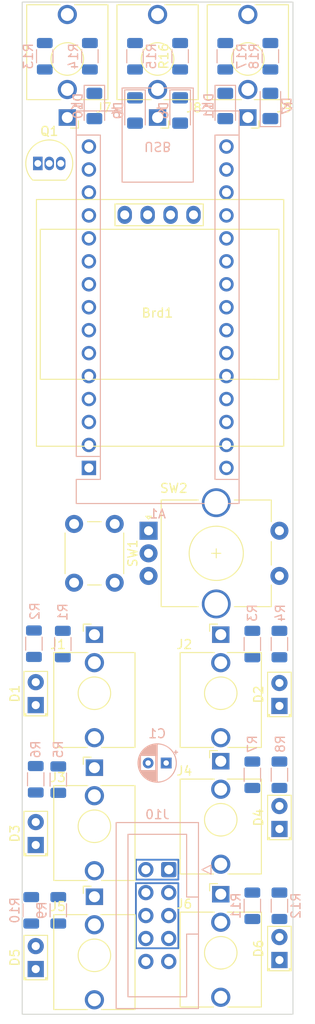
<source format=kicad_pcb>
(kicad_pcb (version 20211014) (generator pcbnew)

  (general
    (thickness 1.6)
  )

  (paper "A4")
  (layers
    (0 "F.Cu" signal)
    (31 "B.Cu" signal)
    (32 "B.Adhes" user "B.Adhesive")
    (33 "F.Adhes" user "F.Adhesive")
    (34 "B.Paste" user)
    (35 "F.Paste" user)
    (36 "B.SilkS" user "B.Silkscreen")
    (37 "F.SilkS" user "F.Silkscreen")
    (38 "B.Mask" user)
    (39 "F.Mask" user)
    (40 "Dwgs.User" user "User.Drawings")
    (41 "Cmts.User" user "User.Comments")
    (42 "Eco1.User" user "User.Eco1")
    (43 "Eco2.User" user "User.Eco2")
    (44 "Edge.Cuts" user)
    (45 "Margin" user)
    (46 "B.CrtYd" user "B.Courtyard")
    (47 "F.CrtYd" user "F.Courtyard")
    (48 "B.Fab" user)
    (49 "F.Fab" user)
    (50 "User.1" user)
    (51 "User.2" user)
    (52 "User.3" user)
    (53 "User.4" user)
    (54 "User.5" user)
    (55 "User.6" user)
    (56 "User.7" user)
    (57 "User.8" user)
    (58 "User.9" user)
  )

  (setup
    (stackup
      (layer "F.SilkS" (type "Top Silk Screen"))
      (layer "F.Paste" (type "Top Solder Paste"))
      (layer "F.Mask" (type "Top Solder Mask") (thickness 0.01))
      (layer "F.Cu" (type "copper") (thickness 0.035))
      (layer "dielectric 1" (type "core") (thickness 1.51) (material "FR4") (epsilon_r 4.5) (loss_tangent 0.02))
      (layer "B.Cu" (type "copper") (thickness 0.035))
      (layer "B.Mask" (type "Bottom Solder Mask") (thickness 0.01))
      (layer "B.Paste" (type "Bottom Solder Paste"))
      (layer "B.SilkS" (type "Bottom Silk Screen"))
      (copper_finish "None")
      (dielectric_constraints no)
    )
    (pad_to_mask_clearance 0)
    (aux_axis_origin 100 40)
    (pcbplotparams
      (layerselection 0x00010fc_ffffffff)
      (disableapertmacros false)
      (usegerberextensions false)
      (usegerberattributes true)
      (usegerberadvancedattributes true)
      (creategerberjobfile true)
      (svguseinch false)
      (svgprecision 6)
      (excludeedgelayer true)
      (plotframeref false)
      (viasonmask false)
      (mode 1)
      (useauxorigin false)
      (hpglpennumber 1)
      (hpglpenspeed 20)
      (hpglpendiameter 15.000000)
      (dxfpolygonmode true)
      (dxfimperialunits true)
      (dxfusepcbnewfont true)
      (psnegative false)
      (psa4output false)
      (plotreference true)
      (plotvalue true)
      (plotinvisibletext false)
      (sketchpadsonfab false)
      (subtractmaskfromsilk false)
      (outputformat 1)
      (mirror false)
      (drillshape 1)
      (scaleselection 1)
      (outputdirectory "")
    )
  )

  (net 0 "")
  (net 1 "unconnected-(A1-Pad1)")
  (net 2 "unconnected-(A1-Pad2)")
  (net 3 "unconnected-(A1-Pad3)")
  (net 4 "GND")
  (net 5 "DIGITAL INPUT")
  (net 6 "ENC_D2")
  (net 7 "ENC_D1")
  (net 8 "Channel 1")
  (net 9 "Channel 2")
  (net 10 "Channel 3")
  (net 11 "Channel 4")
  (net 12 "Channel 5")
  (net 13 "Channel 6")
  (net 14 "START STOP BTN")
  (net 15 "unconnected-(A1-Pad15)")
  (net 16 "unconnected-(A1-Pad16)")
  (net 17 "unconnected-(A1-Pad17)")
  (net 18 "unconnected-(A1-Pad18)")
  (net 19 "unconnected-(A1-Pad19)")
  (net 20 "A1 INPUT")
  (net 21 "A2 INPUT")
  (net 22 "ENC_BTN")
  (net 23 "I2C SDA")
  (net 24 "I2C SCL")
  (net 25 "unconnected-(A1-Pad25)")
  (net 26 "unconnected-(A1-Pad26)")
  (net 27 "+5V")
  (net 28 "unconnected-(A1-Pad28)")
  (net 29 "+12V")
  (net 30 "Net-(D1-Pad2)")
  (net 31 "Net-(D2-Pad2)")
  (net 32 "Net-(D3-Pad2)")
  (net 33 "Net-(D4-Pad2)")
  (net 34 "Net-(D5-Pad2)")
  (net 35 "Net-(D6-Pad2)")
  (net 36 "Net-(D7-Pad1)")
  (net 37 "Net-(J1-PadT)")
  (net 38 "unconnected-(J1-PadTN)")
  (net 39 "Net-(J2-PadT)")
  (net 40 "unconnected-(J2-PadTN)")
  (net 41 "Net-(J3-PadT)")
  (net 42 "unconnected-(J3-PadTN)")
  (net 43 "Net-(J4-PadT)")
  (net 44 "unconnected-(J4-PadTN)")
  (net 45 "Net-(J5-PadT)")
  (net 46 "unconnected-(J5-PadTN)")
  (net 47 "Net-(J6-PadT)")
  (net 48 "unconnected-(J6-PadTN)")
  (net 49 "Net-(J7-PadT)")
  (net 50 "unconnected-(J7-PadTN)")
  (net 51 "Net-(J8-PadT)")
  (net 52 "unconnected-(J8-PadTN)")
  (net 53 "Net-(J9-PadT)")
  (net 54 "unconnected-(J9-PadTN)")
  (net 55 "unconnected-(J10-Pad9)")
  (net 56 "unconnected-(J10-Pad10)")

  (footprint "Connector_Audio:Jack_3.5mm_QingPu_WQP-PJ398SM_Vertical_CircularHoles" (layer "F.Cu") (at 125 52.78 180))

  (footprint "LED_THT:LED_D2.0mm_W4.8mm_H2.5mm_FlatTop" (layer "F.Cu") (at 101.5 147 90))

  (footprint "Connector_Audio:Jack_3.5mm_QingPu_WQP-PJ398SM_Vertical_CircularHoles" (layer "F.Cu") (at 122 110))

  (footprint "Connector_Audio:Jack_3.5mm_QingPu_WQP-PJ398SM_Vertical_CircularHoles" (layer "F.Cu") (at 108 139))

  (footprint "Connector_Audio:Jack_3.5mm_QingPu_WQP-PJ398SM_Vertical_CircularHoles" (layer "F.Cu") (at 115 52.78 180))

  (footprint "LED_THT:LED_D2.0mm_W4.8mm_H2.5mm_FlatTop" (layer "F.Cu") (at 128.5 131.5 90))

  (footprint "LED_THT:LED_D2.0mm_W4.8mm_H2.5mm_FlatTop" (layer "F.Cu") (at 101.5 133.275 90))

  (footprint "Connector_Audio:Jack_3.5mm_QingPu_WQP-PJ398SM_Vertical_CircularHoles" (layer "F.Cu") (at 108 124.72))

  (footprint "LED_THT:LED_D2.0mm_W4.8mm_H2.5mm_FlatTop" (layer "F.Cu") (at 128.5 117.885 90))

  (footprint "Rotary_Encoder:RotaryEncoder_Alps_EC11E-Switch_Vertical_H20mm_CircularMountingHoles" (layer "F.Cu") (at 114 98.5))

  (footprint "Connector_Audio:Jack_3.5mm_QingPu_WQP-PJ398SM_Vertical_CircularHoles" (layer "F.Cu") (at 122 138.72))

  (footprint "SDD1360 I2C:128x64OLED" (layer "F.Cu") (at 114.98 74.15))

  (footprint "Connector_Audio:Jack_3.5mm_QingPu_WQP-PJ398SM_Vertical_CircularHoles" (layer "F.Cu") (at 108 110))

  (footprint "LED_THT:LED_D2.0mm_W4.8mm_H2.5mm_FlatTop" (layer "F.Cu") (at 128.5 146 90))

  (footprint "LED_THT:LED_D2.0mm_W4.8mm_H2.5mm_FlatTop" (layer "F.Cu") (at 101.5 117.795 90))

  (footprint "Connector_Audio:Jack_3.5mm_QingPu_WQP-PJ398SM_Vertical_CircularHoles" (layer "F.Cu") (at 122 124))

  (footprint "Connector_Audio:Jack_3.5mm_QingPu_WQP-PJ398SM_Vertical_CircularHoles" (layer "F.Cu") (at 105 52.78 180))

  (footprint "Button_Switch_THT:SW_PUSH_6mm_H13mm" (layer "F.Cu") (at 110.25 97.75 -90))

  (footprint "Package_TO_SOT_THT:TO-92_Inline" (layer "F.Cu") (at 101.73 57.86))

  (footprint "Resistor_SMD:R_1206_3216Metric" (layer "B.Cu") (at 107.5 46 -90))

  (footprint "Resistor_SMD:R_1206_3216Metric" (layer "B.Cu") (at 112.5 46 90))

  (footprint "Capacitor_THT:CP_Radial_D4.0mm_P2.00mm" (layer "B.Cu") (at 115.9534 124.2 180))

  (footprint "Resistor_SMD:R_1206_3216Metric" (layer "B.Cu") (at 117.5 46 -90))

  (footprint "Resistor_SMD:R_1206_3216Metric" (layer "B.Cu") (at 122.5 46 90))

  (footprint "Diode_SMD:D_1206_3216Metric" (layer "B.Cu") (at 122.5 51.5 -90))

  (footprint "Resistor_SMD:R_1206_3216Metric" (layer "B.Cu") (at 101.5 126 90))

  (footprint "Diode_SMD:D_1206_3216Metric" (layer "B.Cu") (at 112.5 52 -90))

  (footprint "Resistor_SMD:R_1206_3216Metric" (layer "B.Cu") (at 104 126.0375 -90))

  (footprint "Resistor_SMD:R_1206_3216Metric" (layer "B.Cu") (at 127.5 46 -90))

  (footprint "Module:Arduino_Nano" (layer "B.Cu") (at 107.39 91.55))

  (footprint "Resistor_SMD:R_1206_3216Metric" (layer "B.Cu") (at 125.5 140 -90))

  (footprint "Resistor_SMD:R_1206_3216Metric" (layer "B.Cu") (at 104 140.5 -90))

  (footprint "Resistor_SMD:R_1206_3216Metric" (layer "B.Cu") (at 128.5 111.0375 90))

  (footprint "Resistor_SMD:R_1206_3216Metric" (layer "B.Cu") (at 128.5 140 90))

  (footprint "Resistor_SMD:R_1206_3216Metric" (layer "B.Cu") (at 125.5 111.0375 -90))

  (footprint "Diode_SMD:D_1206_3216Metric" (layer "B.Cu") (at 108 51.5 -90))

  (footprint "Resistor_SMD:R_1206_3216Metric" (layer "B.Cu") (at 101 140.5 -90))

  (footprint "Resistor_SMD:R_1206_3216Metric" (layer "B.Cu") (at 102.5 46 -90))

  (footprint "Resistor_SMD:R_1206_3216Metric" (layer "B.Cu") (at 101.3 111 90))

  (footprint "Resistor_SMD:R_1206_3216Metric" (layer "B.Cu") (at 128.5 125.5 90))

  (footprint "Diode_SMD:D_1206_3216Metric" (layer "B.Cu") (at 127.5 51.5 90))

  (footprint "Resistor_SMD:R_1206_3216Metric" (layer "B.Cu") (at 104.5 111.0375 -90))

  (footprint "Resistor_SMD:R_1206_3216Metric" (layer "B.Cu") (at 125.5 125.5 -90))

  (footprint "Diode_SMD:D_1206_3216Metric" (layer "B.Cu") (at 117.5 52 -90))

  (footprint "Connector_IDC:IDC-Header_2x05_P2.54mm_Vertical" (layer "B.Cu")
    (tedit 5EAC9A07) (tstamp f6f85ebe-5dc9-4679-825f-486dca84f170)
    (at 116.24 136 180)
    (descr "Through hole IDC box header, 2x05, 2.54mm pitch, DIN 41651 / IEC 60603-13, double rows, https://docs.google.com/spreadsheets/d/16SsEcesNF15N3Lb4niX7dcUr-NY5_MFPQhobNuNppn4/edit#gid=0")
    (tags "Through hole vertical IDC box header THT 2x05 2.54mm double row")
    (property "Sheetfile" "gtoe.kicad_sch")
    (property "Sheetname" "")
    (path "/cfacf08c-d7f6-49e7-ab77-ddac5a3ad490")
    (attr through_hole)
    (fp_text reference "J10" (at 1.27 6.1) (layer "B.SilkS")
      (effects (font (size 1 1) (thickness 0.15)) (justify mirror))
      (tstamp 0eae53c2-955a-4c9a-8745-76309733615a)
    )
    (fp_text value "Power" (at 1.27 -16.26) (layer "B.Fab")
      (effects (font (size 1 1) (thickness 0.15)) (justify mirror))
      (tstamp 88c4dd17-84a4-4606-a093-c0e2b6d7da72)
    )
    (fp_text user "${REFERENCE}" (at 1.27 -5.08 90) (layer "B.Fab")
      (effects (font (size 1 1) (thickness 0.15)) (justify mirror))
      (tstamp 01eba091-71f6-43f0-b6cc-08583ce2127c)
    )
    (fp_line (start 4.52 -14.07) (end -1.98 -14.07) (layer "B.SilkS") (width 0.12) (tstamp 02bafdd5-f859-4122-8580-d71776ca4543))
    (fp_line (start -1.98 -7.13) (end -1.98 -7.13) (layer "B.SilkS") (width 0.12) (tstamp 0e49b114-f636-417d-8b16-0131cc7ce391))
    (fp_line (start -1.98 -14.07) (end -1.98 -7.13) (layer "B.SilkS") (width 0.12) (tstamp 24757a23-06f1-40c9-b622-a87ec5a63fb6))
    (fp_line (start -3.29 -3.03) (end -1.98 -3.03) (layer "B.SilkS") (width 0.12) (tstamp 480c1509-16e3-4425-94c6-78966c633b4e))
    (fp_line (start -1.98 3.91) (end 4.52 3.91) (layer "B.SilkS") (width 0.12) (tstamp 4edde3f3-eb51-4d42-aca6-454f59802081))
    (fp_line (start 4.52 3.91) (end 4.52 -14.07) (layer "B.SilkS") (width 0.12) (tstamp 7953260f-7e1d-44ff-89ba-1f87ff421289))
    (fp_line (start -4.68 0.5) (end -4.68 -0.5) (layer "B.SilkS") (width 0.12) (tstamp 81e77d29-684a-42fa-9b55-5fb01e11d852))
    (fp_line (start -3.29 5.21) (end 5.83 5.21) (layer "B.SilkS") (width 0.12) (tstamp a399d7e2-6e3d-4e97-8c10-49fd366a1086))
    (fp_line (start 5.83 5.21) (end 5.83 -15.37) (layer "B.SilkS") (width 0.12) (tstamp a44f3f91-abc3-43b9-bca6-0dc09a790c86))
    (fp_line (start 5.83 -15.37) (end -3.29 -15.37) (layer "B.SilkS") (width 0.12) (tstamp a4b4b368-94aa-4a83-912e-5007dd43ab84))
    (fp_line (start -1.98 -3.03) (end -1.98 3.91) (layer "B.SilkS") (width 0.12) (tstamp e1375836-c537-486f-85ae-57fde64b4790))
    (fp_line (start -3.29 -15.37) (end -3.29 5.21) (layer "B.SilkS") (width 0.12) (tstamp e9519a6a-1a01-4ae1-b9e7-4c683ee2bfe3))
    (fp_line (start -4.68 -0.5) (end -3.68 0) (layer "B.SilkS") (width 0.12) (tstamp f6d73f75-41c3-4766-b34c-1551fec9f12e))
  
... [6383 chars truncated]
</source>
